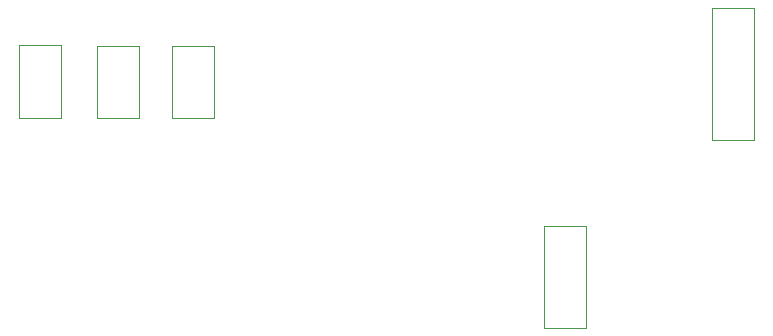
<source format=gbr>
%TF.GenerationSoftware,KiCad,Pcbnew,(6.0.5)*%
%TF.CreationDate,2023-03-12T20:27:37+02:00*%
%TF.ProjectId,rpi-cm4-base-carrier-rocket,7270692d-636d-4342-9d62-6173652d6361,v01*%
%TF.SameCoordinates,Original*%
%TF.FileFunction,Other,User*%
%FSLAX46Y46*%
G04 Gerber Fmt 4.6, Leading zero omitted, Abs format (unit mm)*
G04 Created by KiCad (PCBNEW (6.0.5)) date 2023-03-12 20:27:37*
%MOMM*%
%LPD*%
G01*
G04 APERTURE LIST*
%ADD10C,0.050000*%
G04 APERTURE END LIST*
D10*
%TO.C,J4*%
X116862000Y-125508000D02*
X113262000Y-125508000D01*
X113262000Y-125508000D02*
X113262000Y-119358000D01*
X113262000Y-119358000D02*
X116862000Y-119358000D01*
X116862000Y-119358000D02*
X116862000Y-125508000D01*
%TO.C,J2*%
X165332000Y-116193000D02*
X168932000Y-116193000D01*
X168932000Y-116193000D02*
X168932000Y-127393000D01*
X165332000Y-127393000D02*
X165332000Y-116193000D01*
X168932000Y-127393000D02*
X165332000Y-127393000D01*
%TO.C,J3*%
X151108000Y-143248000D02*
X151108000Y-134598000D01*
X151108000Y-134598000D02*
X154708000Y-134598000D01*
X154708000Y-143248000D02*
X151108000Y-143248000D01*
X154708000Y-134598000D02*
X154708000Y-143248000D01*
%TO.C,J19*%
X119612000Y-125508000D02*
X119612000Y-119358000D01*
X123212000Y-119358000D02*
X123212000Y-125508000D01*
X123212000Y-125508000D02*
X119612000Y-125508000D01*
X119612000Y-119358000D02*
X123212000Y-119358000D01*
%TO.C,J17*%
X106658000Y-125503000D02*
X106658000Y-119353000D01*
X106658000Y-119353000D02*
X110258000Y-119353000D01*
X110258000Y-125503000D02*
X106658000Y-125503000D01*
X110258000Y-119353000D02*
X110258000Y-125503000D01*
%TD*%
M02*

</source>
